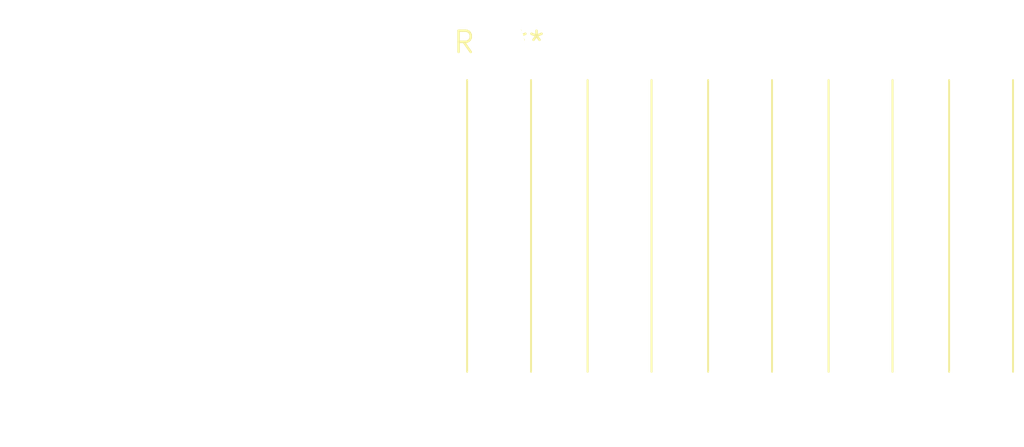
<source format=kicad_pcb>
(kicad_pcb (version 20240108) (generator pcbnew)
  (layers (0 "F.Cu" signal) (31 "B.Cu" signal) (34 "B.Paste" user) (35 "F.Paste" user) (36 "B.SilkS" user "B.Silkscreen") (37 "F.SilkS" user "F.Silkscreen") (38 "B.Mask" user) (39 "F.Mask" user) (44 "Edge.Cuts" user))
  (net 0 "")
  (footprint "SolderWire-2.5sqmm_1x05_P7.2mm_D2.4mm_OD3.6mm_Relief" (layer "F.Cu") (at 0 0)
    (property "Reference" "REF**")
    (property "Value" "SolderWire-2.5sqmm_1x05_P7.2mm_D2.4mm_OD3.6mm_Relief")
    (fp_line (start -1.91 2.26) (end -1.91 19.69) (layer "F.SilkS") (stroke (width 0.12)))
    (fp_line (start 1.91 2.26) (end 1.91 19.69) (layer "F.SilkS") (stroke (width 0.12)))
    (fp_line (start 5.29 2.26) (end 5.29 19.69) (layer "F.SilkS") (stroke (width 0.12)))
    (fp_line (start 9.11 2.26) (end 9.11 19.69) (layer "F.SilkS") (stroke (width 0.12)))
    (fp_line (start 12.49 2.26) (end 12.49 19.69) (layer "F.SilkS") (stroke (width 0.12)))
    (fp_line (start 16.31 2.26) (end 16.31 19.69) (layer "F.SilkS") (stroke (width 0.12)))
    (fp_line (start 19.69 2.26) (end 19.69 19.69) (layer "F.SilkS") (stroke (width 0.12)))
    (fp_line (start 23.51 2.26) (end 23.51 19.69) (layer "F.SilkS") (stroke (width 0.12)))
    (fp_line (start 26.89 2.26) (end 26.89 19.69) (layer "F.SilkS") (stroke (width 0.12)))
    (fp_line (start 30.71 2.26) (end 30.71 19.69) (layer "F.SilkS") (stroke (width 0.12)))
    (pad "" np_thru_hole circle (at 0 21.6) (size 4.1 4.1) (drill 4.1) (layers *.Cu *.Mask))
    (pad "" np_thru_hole circle (at 7.2 21.6) (size 4.1 4.1) (drill 4.1) (layers *.Cu *.Mask))
    (pad "" np_thru_hole circle (at 14.4 21.6) (size 4.1 4.1) (drill 4.1) (layers *.Cu *.Mask))
    (pad "" np_thru_hole circle (at 21.6 21.6) (size 4.1 4.1) (drill 4.1) (layers *.Cu *.Mask))
    (pad "" np_thru_hole circle (at 28.8 21.6) (size 4.1 4.1) (drill 4.1) (layers *.Cu *.Mask))
    (pad "1" thru_hole roundrect (at 0 0) (size 4 4) (drill 3) (layers *.Cu *.Mask) (remove_unused_layers) (roundrect_rratio 0.0625))
    (pad "2" thru_hole circle (at 7.2 0) (size 4 4) (drill 3) (layers *.Cu *.Mask) (remove_unused_layers))
    (pad "3" thru_hole circle (at 14.4 0) (size 4 4) (drill 3) (layers *.Cu *.Mask) (remove_unused_layers))
    (pad "4" thru_hole circle (at 21.6 0) (size 4 4) (drill 3) (layers *.Cu *.Mask) (remove_unused_layers))
    (pad "5" thru_hole circle (at 28.8 0) (size 4 4) (drill 3) (layers *.Cu *.Mask) (remove_unused_layers))
  )
)
</source>
